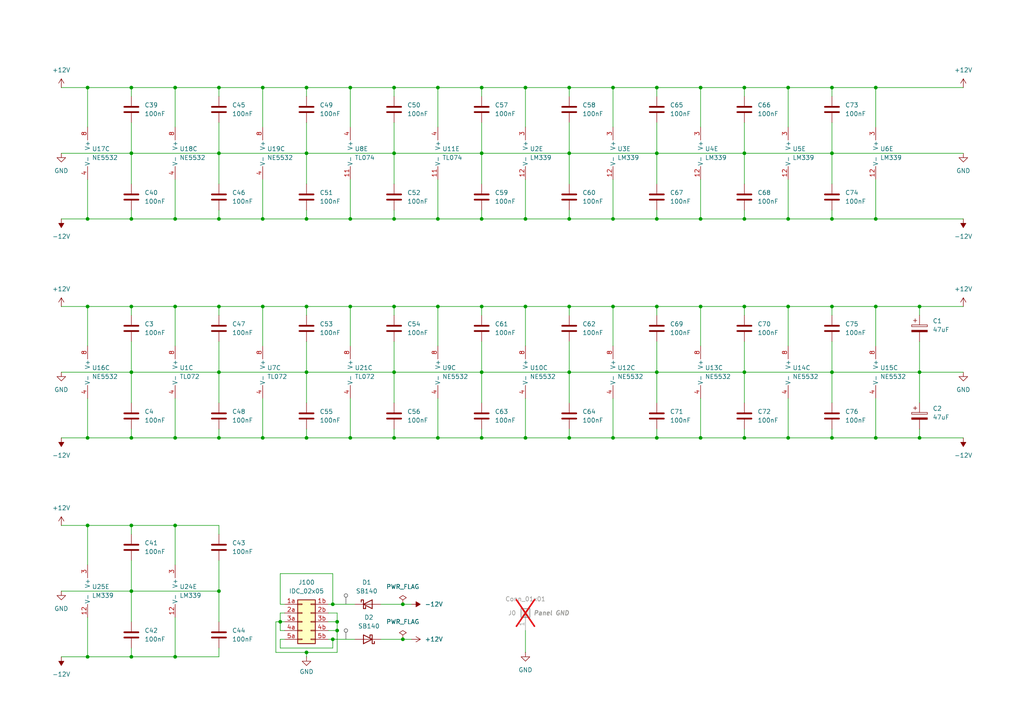
<source format=kicad_sch>
(kicad_sch (version 20250114) (generator "eeschema") (generator_version "9.0")
  (paper "A4")
  (title_block (title "Power Distribution") (company "DMH Instruments") (comment 1 "PCB for 5 cm Kosmo format synthesizer module"))
  (junction (at 63.5 63.5))
  (junction (at 88.9 63.5))
  (junction (at 50.8 152.4))
  (junction (at 266.7 127))
  (junction (at 88.9 189.23))
  (junction (at 101.6 25.4))
  (junction (at 81.28 180.34))
  (junction (at 76.2 25.4))
  (junction (at 97.79 180.34))
  (junction (at 127 88.9))
  (junction (at 88.9 127))
  (junction (at 177.8 127))
  (junction (at 114.3 63.5))
  (junction (at 63.5 171.45))
  (junction (at 50.8 63.5))
  (junction (at 63.5 107.95))
  (junction (at 114.3 88.9))
  (junction (at 190.5 88.9))
  (junction (at 203.2 88.9))
  (junction (at 38.1 171.45))
  (junction (at 63.5 25.4))
  (junction (at 139.7 88.9))
  (junction (at 254 25.4))
  (junction (at 50.8 25.4))
  (junction (at 38.1 25.4))
  (junction (at 38.1 44.45))
  (junction (at 25.4 152.4))
  (junction (at 165.1 25.4))
  (junction (at 50.8 127))
  (junction (at 190.5 127))
  (junction (at 38.1 127))
  (junction (at 254 63.5))
  (junction (at 203.2 63.5))
  (junction (at 177.8 63.5))
  (junction (at 165.1 63.5))
  (junction (at 215.9 88.9))
  (junction (at 96.52 175.26))
  (junction (at 139.7 63.5))
  (junction (at 228.6 63.5))
  (junction (at 266.7 88.9))
  (junction (at 63.5 127))
  (junction (at 241.3 88.9))
  (junction (at 114.3 44.45))
  (junction (at 116.84 185.42))
  (junction (at 165.1 127))
  (junction (at 254 127))
  (junction (at 152.4 127))
  (junction (at 97.79 182.88))
  (junction (at 88.9 25.4))
  (junction (at 165.1 88.9))
  (junction (at 25.4 127))
  (junction (at 228.6 25.4))
  (junction (at 241.3 127))
  (junction (at 101.6 88.9))
  (junction (at 266.7 107.95))
  (junction (at 152.4 88.9))
  (junction (at 88.9 44.45))
  (junction (at 152.4 25.4))
  (junction (at 88.9 88.9))
  (junction (at 177.8 88.9))
  (junction (at 139.7 107.95))
  (junction (at 190.5 44.45))
  (junction (at 63.5 88.9))
  (junction (at 152.4 63.5))
  (junction (at 96.52 185.42))
  (junction (at 241.3 25.4))
  (junction (at 228.6 88.9))
  (junction (at 38.1 107.95))
  (junction (at 177.8 25.4))
  (junction (at 215.9 44.45))
  (junction (at 38.1 63.5))
  (junction (at 127 25.4))
  (junction (at 241.3 44.45))
  (junction (at 76.2 63.5))
  (junction (at 127 63.5))
  (junction (at 215.9 107.95))
  (junction (at 101.6 127))
  (junction (at 215.9 127))
  (junction (at 203.2 127))
  (junction (at 101.6 63.5))
  (junction (at 190.5 107.95))
  (junction (at 50.8 88.9))
  (junction (at 25.4 88.9))
  (junction (at 114.3 127))
  (junction (at 190.5 63.5))
  (junction (at 254 88.9))
  (junction (at 63.5 44.45))
  (junction (at 190.5 25.4))
  (junction (at 114.3 25.4))
  (junction (at 116.84 175.26))
  (junction (at 38.1 152.4))
  (junction (at 241.3 63.5))
  (junction (at 88.9 107.95))
  (junction (at 139.7 44.45))
  (junction (at 76.2 127))
  (junction (at 203.2 25.4))
  (junction (at 25.4 190.5))
  (junction (at 215.9 25.4))
  (junction (at 25.4 63.5))
  (junction (at 114.3 107.95))
  (junction (at 38.1 88.9))
  (junction (at 139.7 127))
  (junction (at 38.1 190.5))
  (junction (at 241.3 107.95))
  (junction (at 127 127))
  (junction (at 25.4 25.4))
  (junction (at 139.7 25.4))
  (junction (at 165.1 107.95))
  (junction (at 215.9 63.5))
  (junction (at 76.2 88.9))
  (junction (at 228.6 127))
  (junction (at 50.8 190.5))
  (junction (at 165.1 44.45))
  (wire (pts (xy 127 88.9) (xy 139.7 88.9)))
  (wire (pts (xy 127 52.07) (xy 127 63.5)))
  (wire (pts (xy 38.1 44.45) (xy 38.1 53.34)))
  (wire (pts (xy 17.78 63.5) (xy 25.4 63.5)))
  (wire (pts (xy 96.52 175.26) (xy 102.87 175.26)))
  (wire (pts (xy 139.7 124.46) (xy 139.7 127)))
  (wire (pts (xy 165.1 107.95) (xy 190.5 107.95)))
  (wire (pts (xy 139.7 88.9) (xy 139.7 91.44)))
  (wire (pts (xy 88.9 88.9) (xy 101.6 88.9)))
  (wire (pts (xy 81.28 166.37) (xy 96.52 166.37)))
  (wire (pts (xy 127 88.9) (xy 127 100.33)))
  (wire (pts (xy 25.4 25.4) (xy 38.1 25.4)))
  (wire (pts (xy 63.5 171.45) (xy 63.5 180.34)))
  (wire (pts (xy 165.1 35.56) (xy 165.1 44.45)))
  (wire (pts (xy 152.4 88.9) (xy 152.4 100.33)))
  (wire (pts (xy 63.5 60.96) (xy 63.5 63.5)))
  (wire (pts (xy 38.1 190.5) (xy 50.8 190.5)))
  (wire (pts (xy 88.9 107.95) (xy 114.3 107.95)))
  (wire (pts (xy 165.1 124.46) (xy 165.1 127)))
  (wire (pts (xy 38.1 162.56) (xy 38.1 171.45)))
  (wire (pts (xy 38.1 35.56) (xy 38.1 44.45)))
  (wire (pts (xy 81.28 180.34) (xy 80.01 180.34)))
  (wire (pts (xy 17.78 44.45) (xy 38.1 44.45)))
  (wire (pts (xy 266.7 107.95) (xy 279.4 107.95)))
  (wire (pts (xy 38.1 44.45) (xy 63.5 44.45)))
  (wire (pts (xy 139.7 88.9) (xy 152.4 88.9)))
  (wire (pts (xy 127 63.5) (xy 139.7 63.5)))
  (wire (pts (xy 114.3 35.56) (xy 114.3 44.45)))
  (wire (pts (xy 95.25 185.42) (xy 96.52 185.42)))
  (wire (pts (xy 139.7 63.5) (xy 152.4 63.5)))
  (wire (pts (xy 241.3 127) (xy 254 127)))
  (wire (pts (xy 116.84 175.26) (xy 119.38 175.26)))
  (wire (pts (xy 190.5 124.46) (xy 190.5 127)))
  (wire (pts (xy 203.2 25.4) (xy 215.9 25.4)))
  (wire (pts (xy 38.1 63.5) (xy 50.8 63.5)))
  (wire (pts (xy 81.28 177.8) (xy 82.55 177.8)))
  (wire (pts (xy 63.5 124.46) (xy 63.5 127)))
  (wire (pts (xy 152.4 52.07) (xy 152.4 63.5)))
  (wire (pts (xy 95.25 180.34) (xy 97.79 180.34)))
  (wire (pts (xy 97.79 189.23) (xy 97.79 182.88)))
  (wire (pts (xy 50.8 52.07) (xy 50.8 63.5)))
  (wire (pts (xy 38.1 171.45) (xy 63.5 171.45)))
  (wire (pts (xy 152.4 25.4) (xy 152.4 36.83)))
  (wire (pts (xy 254 63.5) (xy 279.4 63.5)))
  (wire (pts (xy 110.49 185.42) (xy 116.84 185.42)))
  (wire (pts (xy 203.2 115.57) (xy 203.2 127)))
  (wire (pts (xy 241.3 107.95) (xy 266.7 107.95)))
  (wire (pts (xy 139.7 25.4) (xy 152.4 25.4)))
  (wire (pts (xy 228.6 52.07) (xy 228.6 63.5)))
  (wire (pts (xy 215.9 107.95) (xy 241.3 107.95)))
  (wire (pts (xy 25.4 127) (xy 38.1 127)))
  (wire (pts (xy 152.4 25.4) (xy 165.1 25.4)))
  (wire (pts (xy 190.5 25.4) (xy 190.5 27.94)))
  (wire (pts (xy 165.1 127) (xy 177.8 127)))
  (wire (pts (xy 177.8 25.4) (xy 190.5 25.4)))
  (wire (pts (xy 88.9 189.23) (xy 97.79 189.23)))
  (wire (pts (xy 88.9 25.4) (xy 88.9 27.94)))
  (wire (pts (xy 241.3 44.45) (xy 241.3 53.34)))
  (wire (pts (xy 203.2 88.9) (xy 215.9 88.9)))
  (wire (pts (xy 114.3 124.46) (xy 114.3 127)))
  (wire (pts (xy 190.5 99.06) (xy 190.5 107.95)))
  (wire (pts (xy 38.1 127) (xy 50.8 127)))
  (wire (pts (xy 254 25.4) (xy 254 36.83)))
  (wire (pts (xy 88.9 127) (xy 101.6 127)))
  (wire (pts (xy 82.55 182.88) (xy 81.28 182.88)))
  (wire (pts (xy 81.28 175.26) (xy 81.28 166.37)))
  (wire (pts (xy 25.4 88.9) (xy 25.4 100.33)))
  (wire (pts (xy 101.6 88.9) (xy 114.3 88.9)))
  (wire (pts (xy 114.3 99.06) (xy 114.3 107.95)))
  (wire (pts (xy 116.84 185.42) (xy 119.38 185.42)))
  (wire (pts (xy 241.3 44.45) (xy 279.4 44.45)))
  (wire (pts (xy 215.9 88.9) (xy 215.9 91.44)))
  (wire (pts (xy 38.1 171.45) (xy 38.1 180.34)))
  (wire (pts (xy 63.5 107.95) (xy 88.9 107.95)))
  (wire (pts (xy 228.6 25.4) (xy 228.6 36.83)))
  (wire (pts (xy 50.8 25.4) (xy 50.8 36.83)))
  (wire (pts (xy 38.1 107.95) (xy 63.5 107.95)))
  (wire (pts (xy 88.9 189.23) (xy 88.9 190.5)))
  (wire (pts (xy 203.2 52.07) (xy 203.2 63.5)))
  (wire (pts (xy 38.1 152.4) (xy 50.8 152.4)))
  (wire (pts (xy 96.52 166.37) (xy 96.52 175.26)))
  (wire (pts (xy 76.2 25.4) (xy 76.2 36.83)))
  (wire (pts (xy 190.5 88.9) (xy 190.5 91.44)))
  (wire (pts (xy 17.78 88.9) (xy 25.4 88.9)))
  (wire (pts (xy 139.7 25.4) (xy 139.7 27.94)))
  (wire (pts (xy 165.1 99.06) (xy 165.1 107.95)))
  (wire (pts (xy 114.3 107.95) (xy 114.3 116.84)))
  (wire (pts (xy 254 127) (xy 266.7 127)))
  (wire (pts (xy 25.4 63.5) (xy 38.1 63.5)))
  (wire (pts (xy 127 115.57) (xy 127 127)))
  (wire (pts (xy 152.4 182.88) (xy 152.4 189.23)))
  (wire (pts (xy 25.4 88.9) (xy 38.1 88.9)))
  (wire (pts (xy 81.28 182.88) (xy 81.28 180.34)))
  (wire (pts (xy 177.8 88.9) (xy 190.5 88.9)))
  (wire (pts (xy 76.2 88.9) (xy 88.9 88.9)))
  (wire (pts (xy 254 88.9) (xy 254 100.33)))
  (wire (pts (xy 177.8 115.57) (xy 177.8 127)))
  (wire (pts (xy 50.8 115.57) (xy 50.8 127)))
  (wire (pts (xy 25.4 152.4) (xy 25.4 163.83)))
  (wire (pts (xy 88.9 99.06) (xy 88.9 107.95)))
  (wire (pts (xy 215.9 127) (xy 228.6 127)))
  (wire (pts (xy 241.3 88.9) (xy 241.3 91.44)))
  (wire (pts (xy 25.4 152.4) (xy 38.1 152.4)))
  (wire (pts (xy 17.78 152.4) (xy 25.4 152.4)))
  (wire (pts (xy 228.6 25.4) (xy 241.3 25.4)))
  (wire (pts (xy 127 25.4) (xy 127 36.83)))
  (wire (pts (xy 38.1 25.4) (xy 38.1 27.94)))
  (wire (pts (xy 76.2 25.4) (xy 88.9 25.4)))
  (wire (pts (xy 25.4 190.5) (xy 38.1 190.5)))
  (wire (pts (xy 114.3 63.5) (xy 127 63.5)))
  (wire (pts (xy 254 88.9) (xy 266.7 88.9)))
  (wire (pts (xy 25.4 115.57) (xy 25.4 127)))
  (wire (pts (xy 63.5 63.5) (xy 76.2 63.5)))
  (wire (pts (xy 215.9 44.45) (xy 215.9 53.34)))
  (wire (pts (xy 152.4 88.9) (xy 165.1 88.9)))
  (wire (pts (xy 88.9 107.95) (xy 88.9 116.84)))
  (wire (pts (xy 88.9 60.96) (xy 88.9 63.5)))
  (wire (pts (xy 38.1 152.4) (xy 38.1 154.94)))
  (wire (pts (xy 203.2 25.4) (xy 203.2 36.83)))
  (wire (pts (xy 114.3 107.95) (xy 139.7 107.95)))
  (wire (pts (xy 139.7 107.95) (xy 139.7 116.84)))
  (wire (pts (xy 50.8 63.5) (xy 63.5 63.5)))
  (wire (pts (xy 190.5 63.5) (xy 203.2 63.5)))
  (wire (pts (xy 165.1 44.45) (xy 165.1 53.34)))
  (wire (pts (xy 190.5 25.4) (xy 203.2 25.4)))
  (wire (pts (xy 203.2 88.9) (xy 203.2 100.33)))
  (wire (pts (xy 139.7 127) (xy 152.4 127)))
  (wire (pts (xy 63.5 154.94) (xy 63.5 152.4)))
  (wire (pts (xy 228.6 127) (xy 241.3 127)))
  (wire (pts (xy 38.1 88.9) (xy 38.1 91.44)))
  (wire (pts (xy 82.55 175.26) (xy 81.28 175.26)))
  (wire (pts (xy 127 127) (xy 139.7 127)))
  (wire (pts (xy 114.3 44.45) (xy 114.3 53.34)))
  (wire (pts (xy 254 25.4) (xy 279.4 25.4)))
  (wire (pts (xy 97.79 177.8) (xy 97.79 180.34)))
  (wire (pts (xy 190.5 35.56) (xy 190.5 44.45)))
  (wire (pts (xy 241.3 124.46) (xy 241.3 127)))
  (wire (pts (xy 38.1 25.4) (xy 50.8 25.4)))
  (wire (pts (xy 82.55 185.42) (xy 81.28 185.42)))
  (wire (pts (xy 110.49 175.26) (xy 116.84 175.26)))
  (wire (pts (xy 190.5 127) (xy 203.2 127)))
  (wire (pts (xy 165.1 88.9) (xy 177.8 88.9)))
  (wire (pts (xy 17.78 190.5) (xy 25.4 190.5)))
  (wire (pts (xy 81.28 185.42) (xy 81.28 187.96)))
  (wire (pts (xy 266.7 127) (xy 279.4 127)))
  (wire (pts (xy 95.25 182.88) (xy 97.79 182.88)))
  (wire (pts (xy 95.25 177.8) (xy 97.79 177.8)))
  (wire (pts (xy 165.1 88.9) (xy 165.1 91.44)))
  (wire (pts (xy 88.9 25.4) (xy 101.6 25.4)))
  (wire (pts (xy 25.4 52.07) (xy 25.4 63.5)))
  (wire (pts (xy 38.1 60.96) (xy 38.1 63.5)))
  (wire (pts (xy 241.3 60.96) (xy 241.3 63.5)))
  (wire (pts (xy 88.9 35.56) (xy 88.9 44.45)))
  (wire (pts (xy 63.5 25.4) (xy 76.2 25.4)))
  (wire (pts (xy 88.9 124.46) (xy 88.9 127)))
  (wire (pts (xy 101.6 25.4) (xy 101.6 36.83)))
  (wire (pts (xy 63.5 187.96) (xy 63.5 190.5)))
  (wire (pts (xy 127 25.4) (xy 139.7 25.4)))
  (wire (pts (xy 215.9 25.4) (xy 228.6 25.4)))
  (wire (pts (xy 81.28 180.34) (xy 82.55 180.34)))
  (wire (pts (xy 63.5 44.45) (xy 63.5 53.34)))
  (wire (pts (xy 165.1 60.96) (xy 165.1 63.5)))
  (wire (pts (xy 101.6 88.9) (xy 101.6 100.33)))
  (wire (pts (xy 215.9 63.5) (xy 228.6 63.5)))
  (wire (pts (xy 88.9 63.5) (xy 101.6 63.5)))
  (wire (pts (xy 38.1 124.46) (xy 38.1 127)))
  (wire (pts (xy 241.3 99.06) (xy 241.3 107.95)))
  (wire (pts (xy 63.5 99.06) (xy 63.5 107.95)))
  (wire (pts (xy 81.28 187.96) (xy 96.52 187.96)))
  (wire (pts (xy 63.5 162.56) (xy 63.5 171.45)))
  (wire (pts (xy 190.5 107.95) (xy 190.5 116.84)))
  (wire (pts (xy 63.5 44.45) (xy 88.9 44.45)))
  (wire (pts (xy 63.5 25.4) (xy 63.5 27.94)))
  (wire (pts (xy 38.1 99.06) (xy 38.1 107.95)))
  (wire (pts (xy 190.5 44.45) (xy 215.9 44.45)))
  (wire (pts (xy 241.3 35.56) (xy 241.3 44.45)))
  (wire (pts (xy 177.8 25.4) (xy 177.8 36.83)))
  (wire (pts (xy 177.8 127) (xy 190.5 127)))
  (wire (pts (xy 215.9 60.96) (xy 215.9 63.5)))
  (wire (pts (xy 266.7 99.06) (xy 266.7 107.95)))
  (wire (pts (xy 203.2 63.5) (xy 215.9 63.5)))
  (wire (pts (xy 114.3 25.4) (xy 127 25.4)))
  (wire (pts (xy 215.9 124.46) (xy 215.9 127)))
  (wire (pts (xy 215.9 107.95) (xy 215.9 116.84)))
  (wire (pts (xy 50.8 127) (xy 63.5 127)))
  (wire (pts (xy 139.7 44.45) (xy 139.7 53.34)))
  (wire (pts (xy 80.01 189.23) (xy 88.9 189.23)))
  (wire (pts (xy 139.7 44.45) (xy 165.1 44.45)))
  (wire (pts (xy 63.5 152.4) (xy 50.8 152.4)))
  (wire (pts (xy 17.78 25.4) (xy 25.4 25.4)))
  (wire (pts (xy 266.7 124.46) (xy 266.7 127)))
  (wire (pts (xy 190.5 88.9) (xy 203.2 88.9)))
  (wire (pts (xy 152.4 63.5) (xy 165.1 63.5)))
  (wire (pts (xy 38.1 88.9) (xy 50.8 88.9)))
  (wire (pts (xy 76.2 63.5) (xy 88.9 63.5)))
  (wire (pts (xy 139.7 107.95) (xy 165.1 107.95)))
  (wire (pts (xy 25.4 25.4) (xy 25.4 36.83)))
  (wire (pts (xy 80.01 180.34) (xy 80.01 189.23)))
  (wire (pts (xy 266.7 88.9) (xy 266.7 91.44)))
  (wire (pts (xy 190.5 60.96) (xy 190.5 63.5)))
  (wire (pts (xy 203.2 127) (xy 215.9 127)))
  (wire (pts (xy 96.52 187.96) (xy 96.52 185.42)))
  (wire (pts (xy 165.1 44.45) (xy 190.5 44.45)))
  (wire (pts (xy 114.3 88.9) (xy 114.3 91.44)))
  (wire (pts (xy 101.6 115.57) (xy 101.6 127)))
  (wire (pts (xy 228.6 88.9) (xy 241.3 88.9)))
  (wire (pts (xy 228.6 63.5) (xy 241.3 63.5)))
  (wire (pts (xy 63.5 127) (xy 76.2 127)))
  (wire (pts (xy 139.7 99.06) (xy 139.7 107.95)))
  (wire (pts (xy 241.3 63.5) (xy 254 63.5)))
  (wire (pts (xy 177.8 52.07) (xy 177.8 63.5)))
  (wire (pts (xy 63.5 190.5) (xy 50.8 190.5)))
  (wire (pts (xy 215.9 88.9) (xy 228.6 88.9)))
  (wire (pts (xy 50.8 190.5) (xy 50.8 179.07)))
  (wire (pts (xy 266.7 107.95) (xy 266.7 116.84)))
  (wire (pts (xy 241.3 25.4) (xy 254 25.4)))
  (wire (pts (xy 76.2 52.07) (xy 76.2 63.5)))
  (wire (pts (xy 97.79 182.88) (xy 97.79 180.34)))
  (wire (pts (xy 177.8 88.9) (xy 177.8 100.33)))
  (wire (pts (xy 63.5 35.56) (xy 63.5 44.45)))
  (wire (pts (xy 228.6 88.9) (xy 228.6 100.33)))
  (wire (pts (xy 165.1 63.5) (xy 177.8 63.5)))
  (wire (pts (xy 114.3 88.9) (xy 127 88.9)))
  (wire (pts (xy 254 52.07) (xy 254 63.5)))
  (wire (pts (xy 114.3 25.4) (xy 114.3 27.94)))
  (wire (pts (xy 50.8 88.9) (xy 63.5 88.9)))
  (wire (pts (xy 177.8 63.5) (xy 190.5 63.5)))
  (wire (pts (xy 63.5 88.9) (xy 76.2 88.9)))
  (wire (pts (xy 50.8 152.4) (xy 50.8 163.83)))
  (wire (pts (xy 63.5 88.9) (xy 63.5 91.44)))
  (wire (pts (xy 139.7 60.96) (xy 139.7 63.5)))
  (wire (pts (xy 165.1 25.4) (xy 165.1 27.94)))
  (wire (pts (xy 17.78 127) (xy 25.4 127)))
  (wire (pts (xy 50.8 88.9) (xy 50.8 100.33)))
  (wire (pts (xy 152.4 115.57) (xy 152.4 127)))
  (wire (pts (xy 63.5 107.95) (xy 63.5 116.84)))
  (wire (pts (xy 165.1 107.95) (xy 165.1 116.84)))
  (wire (pts (xy 81.28 180.34) (xy 81.28 177.8)))
  (wire (pts (xy 95.25 175.26) (xy 96.52 175.26)))
  (wire (pts (xy 76.2 127) (xy 88.9 127)))
  (wire (pts (xy 114.3 127) (xy 127 127)))
  (wire (pts (xy 215.9 25.4) (xy 215.9 27.94)))
  (wire (pts (xy 50.8 25.4) (xy 63.5 25.4)))
  (wire (pts (xy 88.9 44.45) (xy 114.3 44.45)))
  (wire (pts (xy 17.78 171.45) (xy 38.1 171.45)))
  (wire (pts (xy 114.3 44.45) (xy 139.7 44.45)))
  (wire (pts (xy 101.6 25.4) (xy 114.3 25.4)))
  (wire (pts (xy 165.1 25.4) (xy 177.8 25.4)))
  (wire (pts (xy 38.1 187.96) (xy 38.1 190.5)))
  (wire (pts (xy 114.3 60.96) (xy 114.3 63.5)))
  (wire (pts (xy 254 115.57) (xy 254 127)))
  (wire (pts (xy 152.4 127) (xy 165.1 127)))
  (wire (pts (xy 215.9 44.45) (xy 241.3 44.45)))
  (wire (pts (xy 101.6 52.07) (xy 101.6 63.5)))
  (wire (pts (xy 25.4 179.07) (xy 25.4 190.5)))
  (wire (pts (xy 190.5 107.95) (xy 215.9 107.95)))
  (wire (pts (xy 241.3 107.95) (xy 241.3 116.84)))
  (wire (pts (xy 190.5 44.45) (xy 190.5 53.34)))
  (wire (pts (xy 96.52 185.42) (xy 102.87 185.42)))
  (wire (pts (xy 139.7 35.56) (xy 139.7 44.45)))
  (wire (pts (xy 101.6 63.5) (xy 114.3 63.5)))
  (wire (pts (xy 266.7 88.9) (xy 279.4 88.9)))
  (wire (pts (xy 88.9 44.45) (xy 88.9 53.34)))
  (wire (pts (xy 38.1 107.95) (xy 38.1 116.84)))
  (wire (pts (xy 76.2 115.57) (xy 76.2 127)))
  (wire (pts (xy 76.2 88.9) (xy 76.2 100.33)))
  (wire (pts (xy 215.9 99.06) (xy 215.9 107.95)))
  (wire (pts (xy 241.3 25.4) (xy 241.3 27.94)))
  (wire (pts (xy 215.9 35.56) (xy 215.9 44.45)))
  (wire (pts (xy 101.6 127) (xy 114.3 127)))
  (wire (pts (xy 241.3 88.9) (xy 254 88.9)))
  (wire (pts (xy 88.9 88.9) (xy 88.9 91.44)))
  (wire (pts (xy 228.6 115.57) (xy 228.6 127)))
  (wire (pts (xy 17.78 107.95) (xy 38.1 107.95)))
  (netclass_flag "" (length 2.54) (shape round) (at 100.33 175.26 0) (property "Netclass" "Power" (effects (hide yes))))
  (netclass_flag "" (length 2.54) (shape round) (at 100.33 185.42 0) (property "Netclass" "Power" (effects (hide yes))))
  (symbol (lib_id "Device:C") (at 241.3 120.65 0) (unit 1)
    (property "Reference" "C76" (at 245.11 119.3799 0) (effects (justify left)))
    (property "Value" "100nF" (at 245.11 121.9199 0) (effects (justify left)))
    (property "Footprint" "Capacitor_THT:C_Disc_D4.3mm_W1.9mm_P5.00mm" (effects (hide yes)))
    (property "Description" "Unpolarized capacitor" (effects (hide yes)))
  )
  (symbol (lib_id "Device:C") (at 241.3 31.75 0) (unit 1)
    (property "Reference" "C73" (at 245.11 30.4799 0) (effects (justify left)))
    (property "Value" "100nF" (at 245.11 33.0199 0) (effects (justify left)))
    (property "Footprint" "Capacitor_THT:C_Disc_D4.3mm_W1.9mm_P5.00mm" (effects (hide yes)))
    (property "Description" "Unpolarized capacitor" (effects (hide yes)))
  )
  (symbol (lib_id "Device:C") (at 38.1 95.25 0) (unit 1)
    (property "Reference" "C3" (at 41.91 93.9799 0) (effects (justify left)))
    (property "Value" "100nF" (at 41.91 96.5199 0) (effects (justify left)))
    (property "Footprint" "Capacitor_THT:C_Disc_D4.3mm_W1.9mm_P5.00mm" (effects (hide yes)))
    (property "Description" "Unpolarized capacitor" (effects (hide yes)))
  )
  (symbol (lib_id "power:+12V") (at 17.78 152.4 0) (unit 1)
    (property "Reference" "#PWR078" (effects (hide yes)))
    (property "Value" "+12V" (at 17.78 147.32 0))
    (property "Description" "Power symbol creates a global label with name \"+12V\"" (effects (hide yes)))
  )
  (symbol (lib_id "Amplifier_Operational:NE5532") (at 53.34 44.45 0) (unit 3)
    (property "Reference" "U18" (at 52.07 43.1799 0) (effects (justify left)))
    (property "Value" "NE5532" (at 52.07 45.7199 0) (effects (justify left)))
    (property "Footprint" "Package_DIP:DIP-8_W7.62mm_Socket" (effects (hide yes)))
    (property "Datasheet" "http://www.ti.com/lit/ds/symlink/ne5532.pdf" (effects (hide yes)))
    (property "Description" "Dual Low-Noise Operational Amplifiers, DIP-8/SOIC-8" (effects (hide yes)))
  )
  (symbol (lib_id "power:-12V") (at 17.78 190.5 180) (unit 1)
    (property "Reference" "#PWR080" (effects (hide yes)))
    (property "Value" "-12V" (at 17.78 195.58 0))
    (property "Description" "Power symbol creates a global label with name \"-12V\"" (effects (hide yes)))
  )
  (symbol (lib_id "Amplifier_Operational:TL074") (at 129.54 44.45 0) (unit 5)
    (property "Reference" "U11" (at 128.27 43.1799 0) (effects (justify left)))
    (property "Value" "TL074" (at 128.27 45.7199 0) (effects (justify left)))
    (property "Footprint" "Package_DIP:DIP-14_W7.62mm_Socket" (effects (hide yes)))
    (property "Datasheet" "http://www.ti.com/lit/ds/symlink/tl071.pdf" (effects (hide yes)))
    (property "Description" "Quad Low-Noise JFET-Input Operational Amplifiers, DIP-14/SOIC-14" (effects (hide yes)))
  )
  (symbol (lib_id "Device:C_Polarized") (at 266.7 120.65 0) (unit 1)
    (property "Reference" "C2" (at 270.51 118.4909 0) (effects (justify left)))
    (property "Value" "47uF" (at 270.51 121.0309 0) (effects (justify left)))
    (property "Footprint" "Capacitor_THT:CP_Radial_D5.0mm_P2.00mm" (effects (hide yes)))
    (property "Description" "Polarized capacitor" (effects (hide yes)))
  )
  (symbol (lib_id "Amplifier_Operational:NE5532") (at 180.34 107.95 0) (unit 3)
    (property "Reference" "U12" (at 179.07 106.6799 0) (effects (justify left)))
    (property "Value" "NE5532" (at 179.07 109.2199 0) (effects (justify left)))
    (property "Footprint" "Package_DIP:DIP-8_W7.62mm_Socket" (effects (hide yes)))
    (property "Datasheet" "http://www.ti.com/lit/ds/symlink/ne5532.pdf" (effects (hide yes)))
    (property "Description" "Dual Low-Noise Operational Amplifiers, DIP-8/SOIC-8" (effects (hide yes)))
  )
  (symbol (lib_id "Device:C") (at 139.7 120.65 0) (unit 1)
    (property "Reference" "C63" (at 143.51 119.3799 0) (effects (justify left)))
    (property "Value" "100nF" (at 143.51 121.9199 0) (effects (justify left)))
    (property "Footprint" "Capacitor_THT:C_Disc_D4.3mm_W1.9mm_P5.00mm" (effects (hide yes)))
    (property "Description" "Unpolarized capacitor" (effects (hide yes)))
  )
  (symbol (lib_id "power:+12V") (at 17.78 25.4 0) (unit 1)
    (property "Reference" "#PWR075" (effects (hide yes)))
    (property "Value" "+12V" (at 17.78 20.32 0))
    (property "Description" "Power symbol creates a global label with name \"+12V\"" (effects (hide yes)))
  )
  (symbol (lib_id "Connector_Generic:Conn_01x01") (at 152.4 177.8 90) (unit 1) (in_bom no) (dnp yes)
    (property "Reference" "J0" (at 147.32 177.8 90) (effects (justify right)))
    (property "Value" "Conn_01x01" (at 152.4 173.736 90))
    (property "Footprint" "Connector_PinHeader_2.54mm:PinHeader_1x01_P2.54mm_Vertical" (effects (hide yes)))
    (property "Description" "Generic connector, single row, 01x01, script generated (kicad-library-utils/schlib/autogen/connector/)" (effects (hide yes)))
    (property "Function" "Panel GND" (at 160.02 177.8 90) (effects (font (thickness 0.254) (bold yes) (italic yes))))
  )
  (symbol (lib_id "power:+12V") (at 17.78 88.9 0) (unit 1)
    (property "Reference" "#PWR013" (effects (hide yes)))
    (property "Value" "+12V" (at 17.78 83.82 0))
    (property "Description" "Power symbol creates a global label with name \"+12V\"" (effects (hide yes)))
  )
  (symbol (lib_id "Comparator:LM339") (at 53.34 171.45 0) (unit 5)
    (property "Reference" "U24" (at 52.07 170.1799 0) (effects (justify left)))
    (property "Value" "LM339" (at 52.07 172.7199 0) (effects (justify left)))
    (property "Footprint" "Package_DIP:DIP-14_W7.62mm_Socket" (effects (hide yes)))
    (property "Datasheet" "https://www.st.com/resource/en/datasheet/lm139.pdf" (effects (hide yes)))
    (property "Description" "Quad Differential Comparators, SOIC-14/TSSOP-14" (effects (hide yes)))
  )
  (symbol (lib_id "power:-12V") (at 279.4 63.5 180) (unit 1)
    (property "Reference" "#PWR074" (effects (hide yes)))
    (property "Value" "-12V" (at 279.4 68.58 0))
    (property "Description" "Power symbol creates a global label with name \"-12V\"" (effects (hide yes)))
  )
  (symbol (lib_id "Device:C") (at 190.5 57.15 0) (unit 1)
    (property "Reference" "C67" (at 194.31 55.8799 0) (effects (justify left)))
    (property "Value" "100nF" (at 194.31 58.4199 0) (effects (justify left)))
    (property "Footprint" "Capacitor_THT:C_Disc_D4.3mm_W1.9mm_P5.00mm" (effects (hide yes)))
    (property "Description" "Unpolarized capacitor" (effects (hide yes)))
  )
  (symbol (lib_id "power:-12V") (at 119.38 175.26 270) (unit 1)
    (property "Reference" "#PWR05" (effects (hide yes)))
    (property "Value" "-12V" (at 123.19 175.2599 90) (effects (justify left)))
    (property "Description" "Power symbol creates a global label with name \"-12V\"" (effects (hide yes)))
  )
  (symbol (lib_id "Device:C") (at 215.9 57.15 0) (unit 1)
    (property "Reference" "C68" (at 219.71 55.8799 0) (effects (justify left)))
    (property "Value" "100nF" (at 219.71 58.4199 0) (effects (justify left)))
    (property "Footprint" "Capacitor_THT:C_Disc_D4.3mm_W1.9mm_P5.00mm" (effects (hide yes)))
    (property "Description" "Unpolarized capacitor" (effects (hide yes)))
  )
  (symbol (lib_id "power:+12V") (at 279.4 25.4 0) (unit 1)
    (property "Reference" "#PWR04" (effects (hide yes)))
    (property "Value" "+12V" (at 279.4 20.32 0))
    (property "Description" "Power symbol creates a global label with name \"+12V\"" (effects (hide yes)))
  )
  (symbol (lib_id "Amplifier_Operational:TL072") (at 104.14 107.95 0) (unit 3)
    (property "Reference" "U21" (at 102.87 106.6799 0) (effects (justify left)))
    (property "Value" "TL072" (at 102.87 109.2199 0) (effects (justify left)))
    (property "Footprint" "Package_DIP:DIP-8_W7.62mm_Socket" (effects (hide yes)))
    (property "Datasheet" "http://www.ti.com/lit/ds/symlink/tl071.pdf" (effects (hide yes)))
    (property "Description" "Dual Low-Noise JFET-Input Operational Amplifiers, DIP-8/SOIC-8" (effects (hide yes)))
  )
  (symbol (lib_id "Device:C") (at 139.7 31.75 0) (unit 1)
    (property "Reference" "C57" (at 143.51 30.4799 0) (effects (justify left)))
    (property "Value" "100nF" (at 143.51 33.0199 0) (effects (justify left)))
    (property "Footprint" "Capacitor_THT:C_Disc_D4.3mm_W1.9mm_P5.00mm" (effects (hide yes)))
    (property "Description" "Unpolarized capacitor" (effects (hide yes)))
  )
  (symbol (lib_id "Device:C") (at 88.9 120.65 0) (unit 1)
    (property "Reference" "C55" (at 92.71 119.3799 0) (effects (justify left)))
    (property "Value" "100nF" (at 92.71 121.9199 0) (effects (justify left)))
    (property "Footprint" "Capacitor_THT:C_Disc_D4.3mm_W1.9mm_P5.00mm" (effects (hide yes)))
    (property "Description" "Unpolarized capacitor" (effects (hide yes)))
  )
  (symbol (lib_id "power:-12V") (at 17.78 127 180) (unit 1)
    (property "Reference" "#PWR017" (effects (hide yes)))
    (property "Value" "-12V" (at 17.78 132.08 0))
    (property "Description" "Power symbol creates a global label with name \"-12V\"" (effects (hide yes)))
  )
  (symbol (lib_id "Device:C") (at 165.1 31.75 0) (unit 1)
    (property "Reference" "C58" (at 168.91 30.4799 0) (effects (justify left)))
    (property "Value" "100nF" (at 168.91 33.0199 0) (effects (justify left)))
    (property "Footprint" "Capacitor_THT:C_Disc_D4.3mm_W1.9mm_P5.00mm" (effects (hide yes)))
    (property "Description" "Unpolarized capacitor" (effects (hide yes)))
  )
  (symbol (lib_id "Comparator:LM339") (at 27.94 171.45 0) (unit 5)
    (property "Reference" "U25" (at 26.67 170.1799 0) (effects (justify left)))
    (property "Value" "LM339" (at 26.67 172.7199 0) (effects (justify left)))
    (property "Footprint" "Package_DIP:DIP-14_W7.62mm_Socket" (effects (hide yes)))
    (property "Datasheet" "https://www.st.com/resource/en/datasheet/lm139.pdf" (effects (hide yes)))
    (property "Description" "Quad Differential Comparators, SOIC-14/TSSOP-14" (effects (hide yes)))
  )
  (symbol (lib_id "SynthStuff:Eurorack_Power_Connector_10Pin") (at 88.9 180.34 0) (unit 1)
    (property "Reference" "J100" (at 88.9 168.91 0))
    (property "Value" "IDC_02x05" (at 88.9 171.45 0))
    (property "Footprint" "SynthStuff:IDC-Header_2x05_P2.54mm_Vertical_Eurorack" (effects (hide yes)))
    (property "Description" "IDC jack, 2x5 pins, row a carries same signals as row b." (effects (hide yes)))
  )
  (symbol (lib_id "Device:C") (at 38.1 158.75 0) (unit 1)
    (property "Reference" "C41" (at 41.91 157.4799 0) (effects (justify left)))
    (property "Value" "100nF" (at 41.91 160.0199 0) (effects (justify left)))
    (property "Footprint" "Capacitor_THT:C_Disc_D4.3mm_W1.9mm_P5.00mm" (effects (hide yes)))
    (property "Description" "Unpolarized capacitor" (effects (hide yes)))
  )
  (symbol (lib_id "Amplifier_Operational:NE5532") (at 256.54 107.95 0) (unit 3)
    (property "Reference" "U15" (at 255.27 106.6799 0) (effects (justify left)))
    (property "Value" "NE5532" (at 255.27 109.2199 0) (effects (justify left)))
    (property "Footprint" "Package_DIP:DIP-8_W7.62mm_Socket" (effects (hide yes)))
    (property "Datasheet" "http://www.ti.com/lit/ds/symlink/ne5532.pdf" (effects (hide yes)))
    (property "Description" "Dual Low-Noise Operational Amplifiers, DIP-8/SOIC-8" (effects (hide yes)))
  )
  (symbol (lib_id "Comparator:LM339") (at 180.34 44.45 0) (unit 5)
    (property "Reference" "U3" (at 179.07 43.1799 0) (effects (justify left)))
    (property "Value" "LM339" (at 179.07 45.7199 0) (effects (justify left)))
    (property "Footprint" "Package_DIP:DIP-14_W7.62mm_Socket" (effects (hide yes)))
    (property "Datasheet" "https://www.st.com/resource/en/datasheet/lm139.pdf" (effects (hide yes)))
    (property "Description" "Quad Differential Comparators, SOIC-14/TSSOP-14" (effects (hide yes)))
  )
  (symbol (lib_id "Device:C") (at 139.7 95.25 0) (unit 1)
    (property "Reference" "C61" (at 143.51 93.9799 0) (effects (justify left)))
    (property "Value" "100nF" (at 143.51 96.5199 0) (effects (justify left)))
    (property "Footprint" "Capacitor_THT:C_Disc_D4.3mm_W1.9mm_P5.00mm" (effects (hide yes)))
    (property "Description" "Unpolarized capacitor" (effects (hide yes)))
  )
  (symbol (lib_id "power:GND") (at 152.4 189.23 0) (unit 1)
    (property "Reference" "#PWR08" (effects (hide yes)))
    (property "Value" "GND" (at 152.4 194.31 0))
    (property "Description" "Power symbol creates a global label with name \"GND\" , ground" (effects (hide yes)))
  )
  (symbol (lib_id "Amplifier_Operational:NE5532") (at 27.94 44.45 0) (unit 3)
    (property "Reference" "U17" (at 26.67 43.1799 0) (effects (justify left)))
    (property "Value" "NE5532" (at 26.67 45.7199 0) (effects (justify left)))
    (property "Footprint" "Package_DIP:DIP-8_W7.62mm_Socket" (effects (hide yes)))
    (property "Datasheet" "http://www.ti.com/lit/ds/symlink/ne5532.pdf" (effects (hide yes)))
    (property "Description" "Dual Low-Noise Operational Amplifiers, DIP-8/SOIC-8" (effects (hide yes)))
  )
  (symbol (lib_id "Device:C") (at 139.7 57.15 0) (unit 1)
    (property "Reference" "C59" (at 143.51 55.8799 0) (effects (justify left)))
    (property "Value" "100nF" (at 143.51 58.4199 0) (effects (justify left)))
    (property "Footprint" "Capacitor_THT:C_Disc_D4.3mm_W1.9mm_P5.00mm" (effects (hide yes)))
    (property "Description" "Unpolarized capacitor" (effects (hide yes)))
  )
  (symbol (lib_id "Device:C") (at 114.3 120.65 0) (unit 1)
    (property "Reference" "C56" (at 118.11 119.3799 0) (effects (justify left)))
    (property "Value" "100nF" (at 118.11 121.9199 0) (effects (justify left)))
    (property "Footprint" "Capacitor_THT:C_Disc_D4.3mm_W1.9mm_P5.00mm" (effects (hide yes)))
    (property "Description" "Unpolarized capacitor" (effects (hide yes)))
  )
  (symbol (lib_id "Device:C") (at 241.3 95.25 0) (unit 1)
    (property "Reference" "C75" (at 245.11 93.9799 0) (effects (justify left)))
    (property "Value" "100nF" (at 245.11 96.5199 0) (effects (justify left)))
    (property "Footprint" "Capacitor_THT:C_Disc_D4.3mm_W1.9mm_P5.00mm" (effects (hide yes)))
    (property "Description" "Unpolarized capacitor" (effects (hide yes)))
  )
  (symbol (lib_id "Comparator:LM339") (at 231.14 44.45 0) (unit 5)
    (property "Reference" "U5" (at 229.87 43.1799 0) (effects (justify left)))
    (property "Value" "LM339" (at 229.87 45.7199 0) (effects (justify left)))
    (property "Footprint" "Package_DIP:DIP-14_W7.62mm_Socket" (effects (hide yes)))
    (property "Datasheet" "https://www.st.com/resource/en/datasheet/lm139.pdf" (effects (hide yes)))
    (property "Description" "Quad Differential Comparators, SOIC-14/TSSOP-14" (effects (hide yes)))
  )
  (symbol (lib_id "Device:C") (at 215.9 31.75 0) (unit 1)
    (property "Reference" "C66" (at 219.71 30.4799 0) (effects (justify left)))
    (property "Value" "100nF" (at 219.71 33.0199 0) (effects (justify left)))
    (property "Footprint" "Capacitor_THT:C_Disc_D4.3mm_W1.9mm_P5.00mm" (effects (hide yes)))
    (property "Description" "Unpolarized capacitor" (effects (hide yes)))
  )
  (symbol (lib_id "Device:C") (at 165.1 120.65 0) (unit 1)
    (property "Reference" "C64" (at 168.91 119.3799 0) (effects (justify left)))
    (property "Value" "100nF" (at 168.91 121.9199 0) (effects (justify left)))
    (property "Footprint" "Capacitor_THT:C_Disc_D4.3mm_W1.9mm_P5.00mm" (effects (hide yes)))
    (property "Description" "Unpolarized capacitor" (effects (hide yes)))
  )
  (symbol (lib_id "power:-12V") (at 17.78 63.5 180) (unit 1)
    (property "Reference" "#PWR077" (effects (hide yes)))
    (property "Value" "-12V" (at 17.78 68.58 0))
    (property "Description" "Power symbol creates a global label with name \"-12V\"" (effects (hide yes)))
  )
  (symbol (lib_id "Device:C") (at 215.9 95.25 0) (unit 1)
    (property "Reference" "C70" (at 219.71 93.9799 0) (effects (justify left)))
    (property "Value" "100nF" (at 219.71 96.5199 0) (effects (justify left)))
    (property "Footprint" "Capacitor_THT:C_Disc_D4.3mm_W1.9mm_P5.00mm" (effects (hide yes)))
    (property "Description" "Unpolarized capacitor" (effects (hide yes)))
  )
  (symbol (lib_id "Amplifier_Operational:TL072") (at 78.74 107.95 0) (unit 3)
    (property "Reference" "U7" (at 77.47 106.6799 0) (effects (justify left)))
    (property "Value" "TL072" (at 77.47 109.2199 0) (effects (justify left)))
    (property "Footprint" "Package_DIP:DIP-8_W7.62mm_Socket" (effects (hide yes)))
    (property "Datasheet" "http://www.ti.com/lit/ds/symlink/tl071.pdf" (effects (hide yes)))
    (property "Description" "Dual Low-Noise JFET-Input Operational Amplifiers, DIP-8/SOIC-8" (effects (hide yes)))
  )
  (symbol (lib_id "Comparator:LM339") (at 256.54 44.45 0) (unit 5)
    (property "Reference" "U6" (at 255.27 43.1799 0) (effects (justify left)))
    (property "Value" "LM339" (at 255.27 45.7199 0) (effects (justify left)))
    (property "Footprint" "Package_DIP:DIP-14_W7.62mm_Socket" (effects (hide yes)))
    (property "Datasheet" "https://www.st.com/resource/en/datasheet/lm139.pdf" (effects (hide yes)))
    (property "Description" "Quad Differential Comparators, SOIC-14/TSSOP-14" (effects (hide yes)))
  )
  (symbol (lib_id "Device:C") (at 114.3 31.75 0) (unit 1)
    (property "Reference" "C50" (at 118.11 30.4799 0) (effects (justify left)))
    (property "Value" "100nF" (at 118.11 33.0199 0) (effects (justify left)))
    (property "Footprint" "Capacitor_THT:C_Disc_D4.3mm_W1.9mm_P5.00mm" (effects (hide yes)))
    (property "Description" "Unpolarized capacitor" (effects (hide yes)))
  )
  (symbol (lib_id "Amplifier_Operational:TL074") (at 104.14 44.45 0) (unit 5)
    (property "Reference" "U8" (at 102.87 43.1799 0) (effects (justify left)))
    (property "Value" "TL074" (at 102.87 45.7199 0) (effects (justify left)))
    (property "Footprint" "Package_DIP:DIP-14_W7.62mm_Socket" (effects (hide yes)))
    (property "Datasheet" "http://www.ti.com/lit/ds/symlink/tl071.pdf" (effects (hide yes)))
    (property "Description" "Quad Low-Noise JFET-Input Operational Amplifiers, DIP-14/SOIC-14" (effects (hide yes)))
  )
  (symbol (lib_id "Amplifier_Operational:NE5532") (at 129.54 107.95 0) (unit 3)
    (property "Reference" "U9" (at 128.27 106.6799 0) (effects (justify left)))
    (property "Value" "NE5532" (at 128.27 109.2199 0) (effects (justify left)))
    (property "Footprint" "Package_DIP:DIP-8_W7.62mm_Socket" (effects (hide yes)))
    (property "Datasheet" "http://www.ti.com/lit/ds/symlink/ne5532.pdf" (effects (hide yes)))
    (property "Description" "Dual Low-Noise Operational Amplifiers, DIP-8/SOIC-8" (effects (hide yes)))
  )
  (symbol (lib_id "Amplifier_Operational:NE5532") (at 205.74 107.95 0) (unit 3)
    (property "Reference" "U13" (at 204.47 106.6799 0) (effects (justify left)))
    (property "Value" "NE5532" (at 204.47 109.2199 0) (effects (justify left)))
    (property "Footprint" "Package_DIP:DIP-8_W7.62mm_Socket" (effects (hide yes)))
    (property "Datasheet" "http://www.ti.com/lit/ds/symlink/ne5532.pdf" (effects (hide yes)))
    (property "Description" "Dual Low-Noise Operational Amplifiers, DIP-8/SOIC-8" (effects (hide yes)))
  )
  (symbol (lib_id "power:GND") (at 17.78 44.45 0) (unit 1)
    (property "Reference" "#PWR076" (effects (hide yes)))
    (property "Value" "GND" (at 17.78 49.53 0))
    (property "Description" "Power symbol creates a global label with name \"GND\" , ground" (effects (hide yes)))
  )
  (symbol (lib_id "Device:C") (at 190.5 31.75 0) (unit 1)
    (property "Reference" "C65" (at 194.31 30.4799 0) (effects (justify left)))
    (property "Value" "100nF" (at 194.31 33.0199 0) (effects (justify left)))
    (property "Footprint" "Capacitor_THT:C_Disc_D4.3mm_W1.9mm_P5.00mm" (effects (hide yes)))
    (property "Description" "Unpolarized capacitor" (effects (hide yes)))
  )
  (symbol (lib_id "Device:C") (at 38.1 120.65 0) (unit 1)
    (property "Reference" "C4" (at 41.91 119.3799 0) (effects (justify left)))
    (property "Value" "100nF" (at 41.91 121.9199 0) (effects (justify left)))
    (property "Footprint" "Capacitor_THT:C_Disc_D4.3mm_W1.9mm_P5.00mm" (effects (hide yes)))
    (property "Description" "Unpolarized capacitor" (effects (hide yes)))
  )
  (symbol (lib_id "Amplifier_Operational:NE5532") (at 154.94 107.95 0) (unit 3)
    (property "Reference" "U10" (at 153.67 106.6799 0) (effects (justify left)))
    (property "Value" "NE5532" (at 153.67 109.2199 0) (effects (justify left)))
    (property "Footprint" "Package_DIP:DIP-8_W7.62mm_Socket" (effects (hide yes)))
    (property "Datasheet" "http://www.ti.com/lit/ds/symlink/ne5532.pdf" (effects (hide yes)))
    (property "Description" "Dual Low-Noise Operational Amplifiers, DIP-8/SOIC-8" (effects (hide yes)))
  )
  (symbol (lib_id "Device:C") (at 165.1 95.25 0) (unit 1)
    (property "Reference" "C62" (at 168.91 93.9799 0) (effects (justify left)))
    (property "Value" "100nF" (at 168.91 96.5199 0) (effects (justify left)))
    (property "Footprint" "Capacitor_THT:C_Disc_D4.3mm_W1.9mm_P5.00mm" (effects (hide yes)))
    (property "Description" "Unpolarized capacitor" (effects (hide yes)))
  )
  (symbol (lib_id "Device:C") (at 63.5 57.15 0) (unit 1)
    (property "Reference" "C46" (at 67.31 55.8799 0) (effects (justify left)))
    (property "Value" "100nF" (at 67.31 58.4199 0) (effects (justify left)))
    (property "Footprint" "Capacitor_THT:C_Disc_D4.3mm_W1.9mm_P5.00mm" (effects (hide yes)))
    (property "Description" "Unpolarized capacitor" (effects (hide yes)))
  )
  (symbol (lib_id "Device:C") (at 88.9 57.15 0) (unit 1)
    (property "Reference" "C51" (at 92.71 55.8799 0) (effects (justify left)))
    (property "Value" "100nF" (at 92.71 58.4199 0) (effects (justify left)))
    (property "Footprint" "Capacitor_THT:C_Disc_D4.3mm_W1.9mm_P5.00mm" (effects (hide yes)))
    (property "Description" "Unpolarized capacitor" (effects (hide yes)))
  )
  (symbol (lib_id "Device:C") (at 241.3 57.15 0) (unit 1)
    (property "Reference" "C74" (at 245.11 55.8799 0) (effects (justify left)))
    (property "Value" "100nF" (at 245.11 58.4199 0) (effects (justify left)))
    (property "Footprint" "Capacitor_THT:C_Disc_D4.3mm_W1.9mm_P5.00mm" (effects (hide yes)))
    (property "Description" "Unpolarized capacitor" (effects (hide yes)))
  )
  (symbol (lib_id "power:PWR_FLAG") (at 116.84 185.42 0) (unit 1)
    (property "Reference" "#FLG05" (effects (hide yes)))
    (property "Value" "PWR_FLAG" (at 116.84 180.34 0))
    (property "Description" "Special symbol for telling ERC where power comes from" (effects (hide yes)))
  )
  (symbol (lib_id "Device:C") (at 38.1 57.15 0) (unit 1)
    (property "Reference" "C40" (at 41.91 55.8799 0) (effects (justify left)))
    (property "Value" "100nF" (at 41.91 58.4199 0) (effects (justify left)))
    (property "Footprint" "Capacitor_THT:C_Disc_D4.3mm_W1.9mm_P5.00mm" (effects (hide yes)))
    (property "Description" "Unpolarized capacitor" (effects (hide yes)))
  )
  (symbol (lib_id "Device:C") (at 38.1 184.15 0) (unit 1)
    (property "Reference" "C42" (at 41.91 182.8799 0) (effects (justify left)))
    (property "Value" "100nF" (at 41.91 185.4199 0) (effects (justify left)))
    (property "Footprint" "Capacitor_THT:C_Disc_D4.3mm_W1.9mm_P5.00mm" (effects (hide yes)))
    (property "Description" "Unpolarized capacitor" (effects (hide yes)))
  )
  (symbol (lib_id "power:GND") (at 17.78 107.95 0) (unit 1)
    (property "Reference" "#PWR015" (effects (hide yes)))
    (property "Value" "GND" (at 17.78 113.03 0))
    (property "Description" "Power symbol creates a global label with name \"GND\" , ground" (effects (hide yes)))
  )
  (symbol (lib_id "power:GND") (at 279.4 44.45 0) (unit 1)
    (property "Reference" "#PWR073" (effects (hide yes)))
    (property "Value" "GND" (at 279.4 49.53 0))
    (property "Description" "Power symbol creates a global label with name \"GND\" , ground" (effects (hide yes)))
  )
  (symbol (lib_id "Amplifier_Operational:NE5532") (at 27.94 107.95 0) (unit 3)
    (property "Reference" "U16" (at 26.67 106.6799 0) (effects (justify left)))
    (property "Value" "NE5532" (at 26.67 109.2199 0) (effects (justify left)))
    (property "Footprint" "Package_DIP:DIP-8_W7.62mm_Socket" (effects (hide yes)))
    (property "Datasheet" "http://www.ti.com/lit/ds/symlink/ne5532.pdf" (effects (hide yes)))
    (property "Description" "Dual Low-Noise Operational Amplifiers, DIP-8/SOIC-8" (effects (hide yes)))
  )
  (symbol (lib_id "Amplifier_Operational:TL072") (at 53.34 107.95 0) (unit 3)
    (property "Reference" "U1" (at 52.07 106.6799 0) (effects (justify left)))
    (property "Value" "TL072" (at 52.07 109.2199 0) (effects (justify left)))
    (property "Footprint" "Package_DIP:DIP-8_W7.62mm_Socket" (effects (hide yes)))
    (property "Datasheet" "http://www.ti.com/lit/ds/symlink/tl071.pdf" (effects (hide yes)))
    (property "Description" "Dual Low-Noise JFET-Input Operational Amplifiers, DIP-8/SOIC-8" (effects (hide yes)))
  )
  (symbol (lib_id "Comparator:LM339") (at 205.74 44.45 0) (unit 5)
    (property "Reference" "U4" (at 204.47 43.1799 0) (effects (justify left)))
    (property "Value" "LM339" (at 204.47 45.7199 0) (effects (justify left)))
    (property "Footprint" "Package_DIP:DIP-14_W7.62mm_Socket" (effects (hide yes)))
    (property "Datasheet" "https://www.st.com/resource/en/datasheet/lm139.pdf" (effects (hide yes)))
    (property "Description" "Quad Differential Comparators, SOIC-14/TSSOP-14" (effects (hide yes)))
  )
  (symbol (lib_id "Device:C") (at 215.9 120.65 0) (unit 1)
    (property "Reference" "C72" (at 219.71 119.3799 0) (effects (justify left)))
    (property "Value" "100nF" (at 219.71 121.9199 0) (effects (justify left)))
    (property "Footprint" "Capacitor_THT:C_Disc_D4.3mm_W1.9mm_P5.00mm" (effects (hide yes)))
    (property "Description" "Unpolarized capacitor" (effects (hide yes)))
  )
  (symbol (lib_id "Device:C") (at 63.5 95.25 0) (unit 1)
    (property "Reference" "C47" (at 67.31 93.9799 0) (effects (justify left)))
    (property "Value" "100nF" (at 67.31 96.5199 0) (effects (justify left)))
    (property "Footprint" "Capacitor_THT:C_Disc_D4.3mm_W1.9mm_P5.00mm" (effects (hide yes)))
    (property "Description" "Unpolarized capacitor" (effects (hide yes)))
  )
  (symbol (lib_id "Device:C") (at 88.9 95.25 0) (unit 1)
    (property "Reference" "C53" (at 92.71 93.9799 0) (effects (justify left)))
    (property "Value" "100nF" (at 92.71 96.5199 0) (effects (justify left)))
    (property "Footprint" "Capacitor_THT:C_Disc_D4.3mm_W1.9mm_P5.00mm" (effects (hide yes)))
    (property "Description" "Unpolarized capacitor" (effects (hide yes)))
  )
  (symbol (lib_id "power:+12V") (at 279.4 88.9 0) (unit 1)
    (property "Reference" "#PWR014" (effects (hide yes)))
    (property "Value" "+12V" (at 279.4 83.82 0))
    (property "Description" "Power symbol creates a global label with name \"+12V\"" (effects (hide yes)))
  )
  (symbol (lib_id "power:GND") (at 279.4 107.95 0) (unit 1)
    (property "Reference" "#PWR016" (effects (hide yes)))
    (property "Value" "GND" (at 279.4 113.03 0))
    (property "Description" "Power symbol creates a global label with name \"GND\" , ground" (effects (hide yes)))
  )
  (symbol (lib_id "Device:C") (at 165.1 57.15 0) (unit 1)
    (property "Reference" "C60" (at 168.91 55.8799 0) (effects (justify left)))
    (property "Value" "100nF" (at 168.91 58.4199 0) (effects (justify left)))
    (property "Footprint" "Capacitor_THT:C_Disc_D4.3mm_W1.9mm_P5.00mm" (effects (hide yes)))
    (property "Description" "Unpolarized capacitor" (effects (hide yes)))
  )
  (symbol (lib_id "Device:C") (at 63.5 184.15 0) (unit 1)
    (property "Reference" "C44" (at 67.31 182.8799 0) (effects (justify left)))
    (property "Value" "100nF" (at 67.31 185.4199 0) (effects (justify left)))
    (property "Footprint" "Capacitor_THT:C_Disc_D4.3mm_W1.9mm_P5.00mm" (effects (hide yes)))
    (property "Description" "Unpolarized capacitor" (effects (hide yes)))
  )
  (symbol (lib_id "Device:C") (at 63.5 158.75 0) (unit 1)
    (property "Reference" "C43" (at 67.31 157.4799 0) (effects (justify left)))
    (property "Value" "100nF" (at 67.31 160.0199 0) (effects (justify left)))
    (property "Footprint" "Capacitor_THT:C_Disc_D4.3mm_W1.9mm_P5.00mm" (effects (hide yes)))
    (property "Description" "Unpolarized capacitor" (effects (hide yes)))
  )
  (symbol (lib_id "Device:C") (at 114.3 57.15 0) (unit 1)
    (property "Reference" "C52" (at 118.11 55.8799 0) (effects (justify left)))
    (property "Value" "100nF" (at 118.11 58.4199 0) (effects (justify left)))
    (property "Footprint" "Capacitor_THT:C_Disc_D4.3mm_W1.9mm_P5.00mm" (effects (hide yes)))
    (property "Description" "Unpolarized capacitor" (effects (hide yes)))
  )
  (symbol (lib_id "Device:C") (at 88.9 31.75 0) (unit 1)
    (property "Reference" "C49" (at 92.71 30.4799 0) (effects (justify left)))
    (property "Value" "100nF" (at 92.71 33.0199 0) (effects (justify left)))
    (property "Footprint" "Capacitor_THT:C_Disc_D4.3mm_W1.9mm_P5.00mm" (effects (hide yes)))
    (property "Description" "Unpolarized capacitor" (effects (hide yes)))
  )
  (symbol (lib_id "Amplifier_Operational:NE5532") (at 78.74 44.45 0) (unit 3)
    (property "Reference" "U19" (at 77.47 43.1799 0) (effects (justify left)))
    (property "Value" "NE5532" (at 77.47 45.7199 0) (effects (justify left)))
    (property "Footprint" "Package_DIP:DIP-8_W7.62mm_Socket" (effects (hide yes)))
    (property "Datasheet" "http://www.ti.com/lit/ds/symlink/ne5532.pdf" (effects (hide yes)))
    (property "Description" "Dual Low-Noise Operational Amplifiers, DIP-8/SOIC-8" (effects (hide yes)))
  )
  (symbol (lib_id "Device:C") (at 190.5 120.65 0) (unit 1)
    (property "Reference" "C71" (at 194.31 119.3799 0) (effects (justify left)))
    (property "Value" "100nF" (at 194.31 121.9199 0) (effects (justify left)))
    (property "Footprint" "Capacitor_THT:C_Disc_D4.3mm_W1.9mm_P5.00mm" (effects (hide yes)))
    (property "Description" "Unpolarized capacitor" (effects (hide yes)))
  )
  (symbol (lib_id "power:PWR_FLAG") (at 116.84 175.26 0) (unit 1)
    (property "Reference" "#FLG04" (effects (hide yes)))
    (property "Value" "PWR_FLAG" (at 116.84 170.18 0))
    (property "Description" "Special symbol for telling ERC where power comes from" (effects (hide yes)))
  )
  (symbol (lib_id "Amplifier_Operational:NE5532") (at 231.14 107.95 0) (unit 3)
    (property "Reference" "U14" (at 229.87 106.6799 0) (effects (justify left)))
    (property "Value" "NE5532" (at 229.87 109.2199 0) (effects (justify left)))
    (property "Footprint" "Package_DIP:DIP-8_W7.62mm_Socket" (effects (hide yes)))
    (property "Datasheet" "http://www.ti.com/lit/ds/symlink/ne5532.pdf" (effects (hide yes)))
    (property "Description" "Dual Low-Noise Operational Amplifiers, DIP-8/SOIC-8" (effects (hide yes)))
  )
  (symbol (lib_id "power:GND") (at 17.78 171.45 0) (unit 1)
    (property "Reference" "#PWR079" (effects (hide yes)))
    (property "Value" "GND" (at 17.78 176.53 0))
    (property "Description" "Power symbol creates a global label with name \"GND\" , ground" (effects (hide yes)))
  )
  (symbol (lib_id "Comparator:LM339") (at 154.94 44.45 0) (unit 5)
    (property "Reference" "U2" (at 153.67 43.1799 0) (effects (justify left)))
    (property "Value" "LM339" (at 153.67 45.7199 0) (effects (justify left)))
    (property "Footprint" "Package_DIP:DIP-14_W7.62mm_Socket" (effects (hide yes)))
    (property "Datasheet" "https://www.st.com/resource/en/datasheet/lm139.pdf" (effects (hide yes)))
    (property "Description" "Quad Differential Comparators, SOIC-14/TSSOP-14" (effects (hide yes)))
  )
  (symbol (lib_id "Diode:SB140") (at 106.68 185.42 180) (unit 1)
    (property "Reference" "D2" (at 106.9975 179.07 0))
    (property "Value" "SB140" (at 106.9975 181.61 0))
    (property "Footprint" "Diode_THT:D_DO-41_SOD81_P10.16mm_Horizontal" (effects (hide yes)))
    (property "Datasheet" "http://www.diodes.com/_files/datasheets/ds23022.pdf" (effects (hide yes)))
    (property "Description" "40V 1A Schottky Barrier Rectifier Diode, DO-41" (effects (hide yes)))
  )
  (symbol (lib_id "Device:C") (at 190.5 95.25 0) (unit 1)
    (property "Reference" "C69" (at 194.31 93.9799 0) (effects (justify left)))
    (property "Value" "100nF" (at 194.31 96.5199 0) (effects (justify left)))
    (property "Footprint" "Capacitor_THT:C_Disc_D4.3mm_W1.9mm_P5.00mm" (effects (hide yes)))
    (property "Description" "Unpolarized capacitor" (effects (hide yes)))
  )
  (symbol (lib_id "power:+12V") (at 119.38 185.42 270) (unit 1)
    (property "Reference" "#PWR06" (effects (hide yes)))
    (property "Value" "+12V" (at 123.19 185.4199 90) (effects (justify left)))
    (property "Description" "Power symbol creates a global label with name \"+12V\"" (effects (hide yes)))
  )
  (symbol (lib_id "Device:C") (at 63.5 120.65 0) (unit 1)
    (property "Reference" "C48" (at 67.31 119.3799 0) (effects (justify left)))
    (property "Value" "100nF" (at 67.31 121.9199 0) (effects (justify left)))
    (property "Footprint" "Capacitor_THT:C_Disc_D4.3mm_W1.9mm_P5.00mm" (effects (hide yes)))
    (property "Description" "Unpolarized capacitor" (effects (hide yes)))
  )
  (symbol (lib_id "Device:C_Polarized") (at 266.7 95.25 0) (unit 1)
    (property "Reference" "C1" (at 270.51 93.0909 0) (effects (justify left)))
    (property "Value" "47uF" (at 270.51 95.6309 0) (effects (justify left)))
    (property "Footprint" "Capacitor_THT:CP_Radial_D5.0mm_P2.00mm" (effects (hide yes)))
    (property "Description" "Polarized capacitor" (effects (hide yes)))
  )
  (symbol (lib_id "Device:C") (at 114.3 95.25 0) (unit 1)
    (property "Reference" "C54" (at 118.11 93.9799 0) (effects (justify left)))
    (property "Value" "100nF" (at 118.11 96.5199 0) (effects (justify left)))
    (property "Footprint" "Capacitor_THT:C_Disc_D4.3mm_W1.9mm_P5.00mm" (effects (hide yes)))
    (property "Description" "Unpolarized capacitor" (effects (hide yes)))
  )
  (symbol (lib_id "Device:C") (at 38.1 31.75 0) (unit 1)
    (property "Reference" "C39" (at 41.91 30.4799 0) (effects (justify left)))
    (property "Value" "100nF" (at 41.91 33.0199 0) (effects (justify left)))
    (property "Footprint" "Capacitor_THT:C_Disc_D4.3mm_W1.9mm_P5.00mm" (effects (hide yes)))
    (property "Description" "Unpolarized capacitor" (effects (hide yes)))
  )
  (symbol (lib_id "power:-12V") (at 279.4 127 180) (unit 1)
    (property "Reference" "#PWR018" (effects (hide yes)))
    (property "Value" "-12V" (at 279.4 132.08 0))
    (property "Description" "Power symbol creates a global label with name \"-12V\"" (effects (hide yes)))
  )
  (symbol (lib_id "Diode:SB140") (at 106.68 175.26 0) (unit 1)
    (property "Reference" "D1" (at 106.3625 168.91 0))
    (property "Value" "SB140" (at 106.3625 171.45 0))
    (property "Footprint" "Diode_THT:D_DO-41_SOD81_P10.16mm_Horizontal" (effects (hide yes)))
    (property "Datasheet" "http://www.diodes.com/_files/datasheets/ds23022.pdf" (effects (hide yes)))
    (property "Description" "40V 1A Schottky Barrier Rectifier Diode, DO-41" (effects (hide yes)))
  )
  (symbol (lib_id "power:GND") (at 88.9 190.5 0) (unit 1)
    (property "Reference" "#PWR07" (effects (hide yes)))
    (property "Value" "GND" (at 86.868 194.818 0) (effects (justify left)))
    (property "Description" "Power symbol creates a global label with name \"GND\" , ground" (effects (hide yes)))
  )
  (symbol (lib_id "Device:C") (at 63.5 31.75 0) (unit 1)
    (property "Reference" "C45" (at 67.31 30.4799 0) (effects (justify left)))
    (property "Value" "100nF" (at 67.31 33.0199 0) (effects (justify left)))
    (property "Footprint" "Capacitor_THT:C_Disc_D4.3mm_W1.9mm_P5.00mm" (effects (hide yes)))
    (property "Description" "Unpolarized capacitor" (effects (hide yes)))
  )
)
</source>
